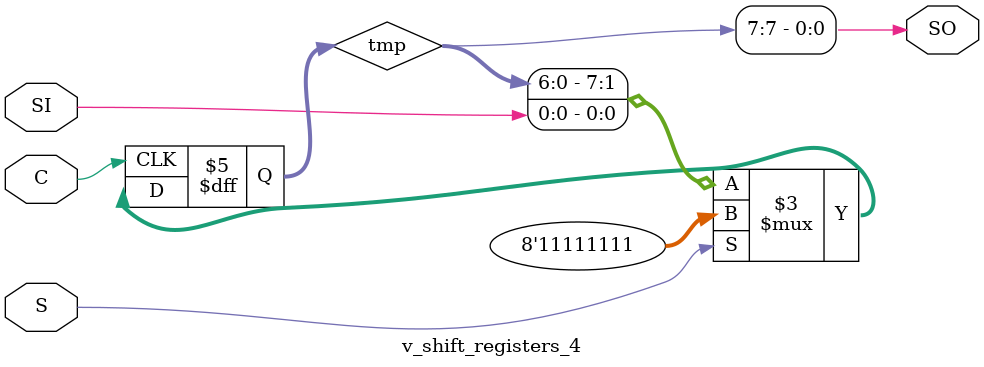
<source format=v>
module v_shift_registers_4 (C, S, SI, SO);

    parameter  WIDTH = 8;
    input C,SI,S;
    output SO;
    reg [WIDTH-1:0] tmp;

    always @(posedge C)
    begin
        if (S)
            tmp <= {WIDTH{1'b1}};
        else
            tmp <= {tmp[WIDTH-2:0], SI};
    end

    assign SO = tmp[WIDTH-1];

endmodule

</source>
